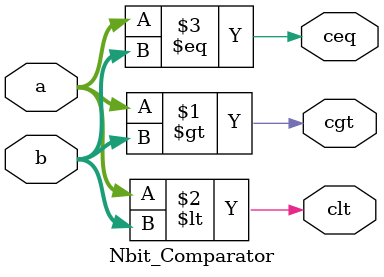
<source format=v>
module Nbit_Comparator #(
    parameter N = 4
) (
    input wire [N-1:0]   a,
    input wire [N-1:0]   b,
    output wire          cgt,
    output wire          clt,
    output wire          ceq
);

    // Assign the comparison results to outputs
    assign cgt = (a > b);
    assign clt = (a < b);
    assign ceq = (a == b);

endmodule

</source>
